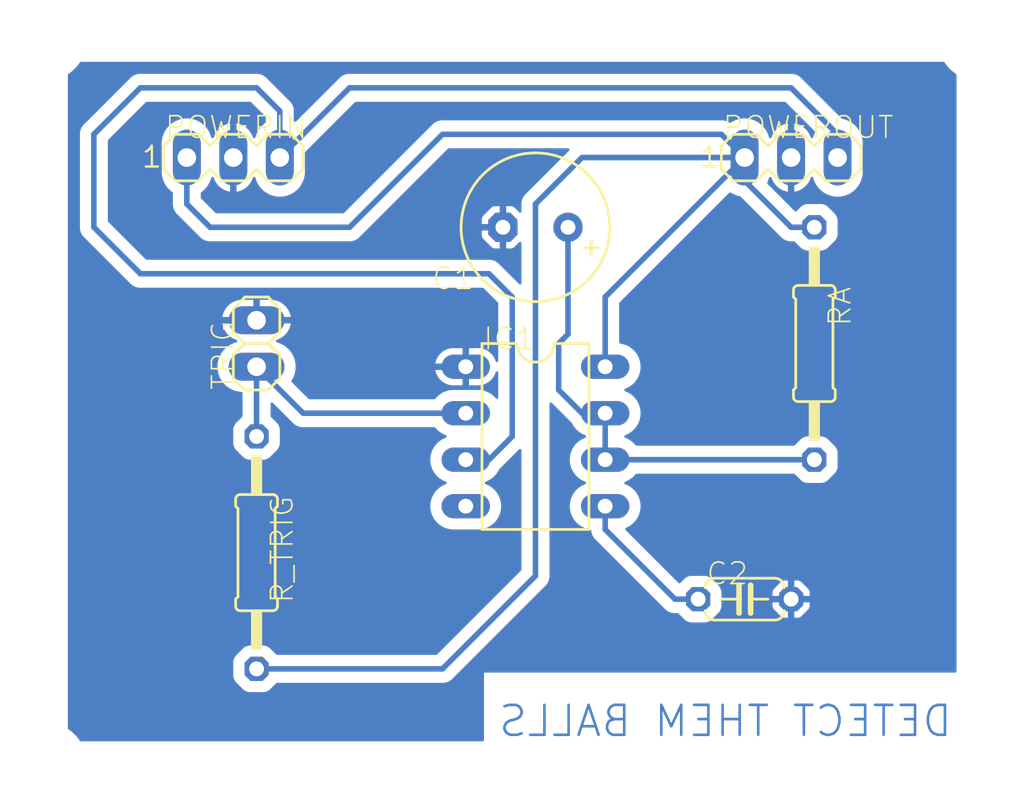
<source format=kicad_pcb>
(kicad_pcb (version 20221018) (generator pcbnew)
  (layers (0 "F.Cu" signal) (31 "B.Cu" signal) (34 "B.Paste" user) (35 "F.Paste" user) (36 "B.SilkS" user "B.Silkscreen") (37 "F.SilkS" user "F.Silkscreen") (38 "B.Mask" user) (39 "F.Mask" user) (44 "Edge.Cuts" user))
  (net 0 "")
  (net 1 "N$1")
  (net 2 "VCC")
  (net 3 "GND")
  (net 4 "OUTPUT")
  (net 5 "N$2")
  (net 6 "N$3")
  (footprint "" (layer "F.Cu") (at 151.0411 102.4636)
    (fp_text reference "@HOLE1" hide)
    (fp_text value "" (at 0 0) (layer "F.SilkS") (effects (font (size 1.27 1.27))))
    (pad "" np_thru_hole circle (at 0 0) (size 2.999993 2.999993) (drill 2.999993) (layers "*.Cu" "*.Mask"))
  )
  (footprint "" (layer "F.Cu") (at 151.0411 63.0936)
    (fp_text reference "@HOLE0" hide)
    (fp_text value "" (at 0 0) (layer "F.SilkS") (effects (font (size 1.27 1.27))))
    (pad "" np_thru_hole circle (at 0 0) (size 2.999993 2.999993) (drill 2.999993) (layers "*.Cu" "*.Mask"))
  )
  (footprint "detector:MA03-1" (layer "F.Cu") (at 161.2011 69.4436)
    (fp_text reference "POWERIN" (at -3.81 -1.651) (layer "F.SilkS") (effects (font (size 1.17856 1.17856) (thickness 0.09144)) (justify left)))
    (fp_text value "")
    (fp_text user "1" (at -5.08 0.635) (layer "F.SilkS") (effects (font (size 1.143 1.143) (thickness 0.127)) (justify left bottom)))
    (fp_line (start -3.81 -0.635) (end -3.81 0.635) (stroke (width 0.1524)) (layer "F.SilkS"))
    (fp_line (start -3.81 0.635) (end -3.175 1.27) (stroke (width 0.1524)) (layer "F.SilkS"))
    (fp_line (start -3.175 -1.27) (end -3.81 -0.635) (stroke (width 0.1524)) (layer "F.SilkS"))
    (fp_line (start -3.175 -1.27) (end -1.905 -1.27) (stroke (width 0.1524)) (layer "F.SilkS"))
    (fp_line (start -1.905 -1.27) (end -1.27 -0.635) (stroke (width 0.1524)) (layer "F.SilkS"))
    (fp_line (start -1.905 1.27) (end -3.175 1.27) (stroke (width 0.1524)) (layer "F.SilkS"))
    (fp_line (start -1.27 -0.635) (end -0.635 -1.27) (stroke (width 0.1524)) (layer "F.SilkS"))
    (fp_line (start -1.27 0.635) (end -1.905 1.27) (stroke (width 0.1524)) (layer "F.SilkS"))
    (fp_line (start -0.635 -1.27) (end 0.635 -1.27) (stroke (width 0.1524)) (layer "F.SilkS"))
    (fp_line (start -0.635 1.27) (end -1.27 0.635) (stroke (width 0.1524)) (layer "F.SilkS"))
    (fp_line (start 0.635 -1.27) (end 1.27 -0.635) (stroke (width 0.1524)) (layer "F.SilkS"))
    (fp_line (start 0.635 1.27) (end -0.635 1.27) (stroke (width 0.1524)) (layer "F.SilkS"))
    (fp_line (start 1.27 -0.635) (end 1.905 -1.27) (stroke (width 0.1524)) (layer "F.SilkS"))
    (fp_line (start 1.27 0.635) (end 0.635 1.27) (stroke (width 0.1524)) (layer "F.SilkS"))
    (fp_line (start 1.905 -1.27) (end 3.175 -1.27) (stroke (width 0.1524)) (layer "F.SilkS"))
    (fp_line (start 1.905 1.27) (end 1.27 0.635) (stroke (width 0.1524)) (layer "F.SilkS"))
    (fp_line (start 3.175 -1.27) (end 3.81 -0.635) (stroke (width 0.1524)) (layer "F.SilkS"))
    (fp_line (start 3.175 1.27) (end 1.905 1.27) (stroke (width 0.1524)) (layer "F.SilkS"))
    (fp_line (start 3.81 -0.635) (end 3.81 0.635) (stroke (width 0.1524)) (layer "F.SilkS"))
    (fp_line (start 3.81 0.635) (end 3.175 1.27) (stroke (width 0.1524)) (layer "F.SilkS"))
    (pad "1" thru_hole oval (at -2.54 0 90) (size 3.048 1.524) (drill 1.016) (layers "*.Cu" "*.Mask") (net 2 "VCC"))
    (pad "2" thru_hole oval (at 0 0 90) (size 3.048 1.524) (drill 1.016) (layers "*.Cu" "*.Mask") (net 3 "GND"))
    (pad "3" thru_hole oval (at 2.54 0 90) (size 3.048 1.524) (drill 1.016) (layers "*.Cu" "*.Mask") (net 4 "OUTPUT"))
  )
  (footprint "detector:0207_12" (layer "F.Cu") (at 192.9511 79.6036 -90)
    (fp_text reference "RA" (at -3.175 -1.397 90) (layer "F.SilkS") (effects (font (size 1.17856 1.17856) (thickness 0.09144)) (justify right)))
    (fp_text value "100k")
    (fp_line (start -4.445 0) (end -4.064 0) (stroke (width 0.6096)) (layer "F.SilkS"))
    (fp_line (start -3.175 0.889) (end -3.175 -0.889) (stroke (width 0.1524)) (layer "F.SilkS"))
    (fp_line (start -2.921 -1.143) (end -2.54 -1.143) (stroke (width 0.1524)) (layer "F.SilkS"))
    (fp_line (start -2.921 1.143) (end -2.54 1.143) (stroke (width 0.1524)) (layer "F.SilkS"))
    (fp_line (start -2.413 -1.016) (end -2.54 -1.143) (stroke (width 0.1524)) (layer "F.SilkS"))
    (fp_line (start -2.413 1.016) (end -2.54 1.143) (stroke (width 0.1524)) (layer "F.SilkS"))
    (fp_line (start 2.413 -1.016) (end -2.413 -1.016) (stroke (width 0.1524)) (layer "F.SilkS"))
    (fp_line (start 2.413 -1.016) (end 2.54 -1.143) (stroke (width 0.1524)) (layer "F.SilkS"))
    (fp_line (start 2.413 1.016) (end -2.413 1.016) (stroke (width 0.1524)) (layer "F.SilkS"))
    (fp_line (start 2.413 1.016) (end 2.54 1.143) (stroke (width 0.1524)) (layer "F.SilkS"))
    (fp_line (start 2.921 -1.143) (end 2.54 -1.143) (stroke (width 0.1524)) (layer "F.SilkS"))
    (fp_line (start 2.921 1.143) (end 2.54 1.143) (stroke (width 0.1524)) (layer "F.SilkS"))
    (fp_line (start 3.175 0.889) (end 3.175 -0.889) (stroke (width 0.1524)) (layer "F.SilkS"))
    (fp_line (start 4.445 0) (end 4.064 0) (stroke (width 0.6096)) (layer "F.SilkS"))
    (fp_arc (start -3.175 -0.889) (mid -3.100605 -1.068605) (end -2.921 -1.143) (stroke (width 0.1524)) (layer "F.SilkS"))
    (fp_arc (start -2.921 1.143) (mid -3.100605 1.068605) (end -3.175 0.889) (stroke (width 0.1524)) (layer "F.SilkS"))
    (fp_arc (start 2.921 -1.143) (mid 3.100605 -1.068605) (end 3.175 -0.889) (stroke (width 0.1524)) (layer "F.SilkS"))
    (fp_arc (start 3.175 0.889) (mid 3.100605 1.068605) (end 2.921 1.143) (stroke (width 0.1524)) (layer "F.SilkS"))
    (fp_poly (pts (xy -5.3086 0.3048) (xy -4.445 0.3048) (xy -4.445 -0.3048) (xy -5.3086 -0.3048)) (fill solid) (layer "F.SilkS"))
    (fp_poly (pts (xy -4.0386 0.3048) (xy -3.175 0.3048) (xy -3.175 -0.3048) (xy -4.0386 -0.3048)) (fill solid) (layer "F.SilkS"))
    (fp_poly (pts (xy 3.175 0.3048) (xy 4.0386 0.3048) (xy 4.0386 -0.3048) (xy 3.175 -0.3048)) (fill solid) (layer "F.SilkS"))
    (fp_poly (pts (xy 4.445 0.3048) (xy 5.3086 0.3048) (xy 5.3086 -0.3048) (xy 4.445 -0.3048)) (fill solid) (layer "F.SilkS"))
    (pad "1" thru_hole roundrect (at -6.35 0 270) (size 1.3208 1.3208) (drill 0.8128) (layers "*.Cu" "*.Mask") (chamfer_ratio 0.25) (chamfer top_left top_right bottom_left bottom_right) (net 2 "VCC"))
    (pad "2" thru_hole roundrect (at 6.35 0 270) (size 1.3208 1.3208) (drill 0.8128) (layers "*.Cu" "*.Mask") (chamfer_ratio 0.25) (chamfer top_left top_right bottom_left bottom_right) (net 1 "N$1"))
  )
  (footprint "detector:1X02" (layer "F.Cu") (at 162.4711 79.6036 90)
    (fp_text reference "TRIG" (at -2.6162 -1.8288 90) (layer "F.SilkS") (effects (font (size 1.17856 1.17856) (thickness 0.09144)) (justify left)))
    (fp_text value "")
    (fp_line (start -2.54 -0.635) (end -2.54 0.635) (stroke (width 0.1524)) (layer "F.SilkS"))
    (fp_line (start -2.54 0.635) (end -1.905 1.27) (stroke (width 0.1524)) (layer "F.SilkS"))
    (fp_line (start -1.905 -1.27) (end -2.54 -0.635) (stroke (width 0.1524)) (layer "F.SilkS"))
    (fp_line (start -1.905 -1.27) (end -0.635 -1.27) (stroke (width 0.1524)) (layer "F.SilkS"))
    (fp_line (start -0.635 -1.27) (end 0 -0.635) (stroke (width 0.1524)) (layer "F.SilkS"))
    (fp_line (start -0.635 1.27) (end -1.905 1.27) (stroke (width 0.1524)) (layer "F.SilkS"))
    (fp_line (start 0 -0.635) (end 0 0.635) (stroke (width 0.1524)) (layer "F.SilkS"))
    (fp_line (start 0 -0.635) (end 0.635 -1.27) (stroke (width 0.1524)) (layer "F.SilkS"))
    (fp_line (start 0 0.635) (end -0.635 1.27) (stroke (width 0.1524)) (layer "F.SilkS"))
    (fp_line (start 0.635 -1.27) (end 1.905 -1.27) (stroke (width 0.1524)) (layer "F.SilkS"))
    (fp_line (start 0.635 1.27) (end 0 0.635) (stroke (width 0.1524)) (layer "F.SilkS"))
    (fp_line (start 1.905 -1.27) (end 2.54 -0.635) (stroke (width 0.1524)) (layer "F.SilkS"))
    (fp_line (start 1.905 1.27) (end 0.635 1.27) (stroke (width 0.1524)) (layer "F.SilkS"))
    (fp_line (start 2.54 -0.635) (end 2.54 0.635) (stroke (width 0.1524)) (layer "F.SilkS"))
    (fp_line (start 2.54 0.635) (end 1.905 1.27) (stroke (width 0.1524)) (layer "F.SilkS"))
    (pad "1" thru_hole oval (at -1.27 0 180) (size 3.048 1.524) (drill 1.016) (layers "*.Cu" "*.Mask") (net 6 "N$3"))
    (pad "2" thru_hole oval (at 1.27 0 180) (size 3.048 1.524) (drill 1.016) (layers "*.Cu" "*.Mask") (net 3 "GND"))
  )
  (footprint "detector:E3,5-8" (layer "F.Cu") (at 177.7111 73.2536 180)
    (fp_text reference "C1" (at 3.302 -2.794) (layer "F.SilkS") (effects (font (size 1.17856 1.17856) (thickness 0.09144)) (justify right)))
    (fp_text value "100u")
    (fp_line (start -3.429 -1.143) (end -2.667 -1.143) (stroke (width 0.1524)) (layer "F.SilkS"))
    (fp_line (start -3.048 -0.762) (end -3.048 -1.524) (stroke (width 0.1524)) (layer "F.SilkS"))
    (fp_circle (center 0 0) (end 4.064 0) (stroke (width 0.1524)) (fill none) (layer "F.SilkS"))
    (pad "+" thru_hole circle (at -1.778 0 180) (size 1.6002 1.6002) (drill 0.8128) (layers "*.Cu" "*.Mask") (net 1 "N$1"))
    (pad "-" thru_hole roundrect (at 1.778 0 180) (size 1.6002 1.6002) (drill 0.8128) (layers "*.Cu" "*.Mask") (chamfer_ratio 0.25) (chamfer top_left top_right bottom_left bottom_right) (net 3 "GND"))
  )
  (footprint "detector:0207_12" (layer "F.Cu") (at 162.4711 91.0336 -90)
    (fp_text reference "R_TRIG" (at -3.175 -1.397 90) (layer "F.SilkS") (effects (font (size 1.17856 1.17856) (thickness 0.09144)) (justify right)))
    (fp_text value "10k")
    (fp_line (start -4.445 0) (end -4.064 0) (stroke (width 0.6096)) (layer "F.SilkS"))
    (fp_line (start -3.175 0.889) (end -3.175 -0.889) (stroke (width 0.1524)) (layer "F.SilkS"))
    (fp_line (start -2.921 -1.143) (end -2.54 -1.143) (stroke (width 0.1524)) (layer "F.SilkS"))
    (fp_line (start -2.921 1.143) (end -2.54 1.143) (stroke (width 0.1524)) (layer "F.SilkS"))
    (fp_line (start -2.413 -1.016) (end -2.54 -1.143) (stroke (width 0.1524)) (layer "F.SilkS"))
    (fp_line (start -2.413 1.016) (end -2.54 1.143) (stroke (width 0.1524)) (layer "F.SilkS"))
    (fp_line (start 2.413 -1.016) (end -2.413 -1.016) (stroke (width 0.1524)) (layer "F.SilkS"))
    (fp_line (start 2.413 -1.016) (end 2.54 -1.143) (stroke (width 0.1524)) (layer "F.SilkS"))
    (fp_line (start 2.413 1.016) (end -2.413 1.016) (stroke (width 0.1524)) (layer "F.SilkS"))
    (fp_line (start 2.413 1.016) (end 2.54 1.143) (stroke (width 0.1524)) (layer "F.SilkS"))
    (fp_line (start 2.921 -1.143) (end 2.54 -1.143) (stroke (width 0.1524)) (layer "F.SilkS"))
    (fp_line (start 2.921 1.143) (end 2.54 1.143) (stroke (width 0.1524)) (layer "F.SilkS"))
    (fp_line (start 3.175 0.889) (end 3.175 -0.889) (stroke (width 0.1524)) (layer "F.SilkS"))
    (fp_line (start 4.445 0) (end 4.064 0) (stroke (width 0.6096)) (layer "F.SilkS"))
    (fp_arc (start -3.175 -0.889) (mid -3.100605 -1.068605) (end -2.921 -1.143) (stroke (width 0.1524)) (layer "F.SilkS"))
    (fp_arc (start -2.921 1.143) (mid -3.100605 1.068605) (end -3.175 0.889) (stroke (width 0.1524)) (layer "F.SilkS"))
    (fp_arc (start 2.921 -1.143) (mid 3.100605 -1.068605) (end 3.175 -0.889) (stroke (width 0.1524)) (layer "F.SilkS"))
    (fp_arc (start 3.175 0.889) (mid 3.100605 1.068605) (end 2.921 1.143) (stroke (width 0.1524)) (layer "F.SilkS"))
    (fp_poly (pts (xy -5.3086 0.3048) (xy -4.445 0.3048) (xy -4.445 -0.3048) (xy -5.3086 -0.3048)) (fill solid) (layer "F.SilkS"))
    (fp_poly (pts (xy -4.0386 0.3048) (xy -3.175 0.3048) (xy -3.175 -0.3048) (xy -4.0386 -0.3048)) (fill solid) (layer "F.SilkS"))
    (fp_poly (pts (xy 3.175 0.3048) (xy 4.0386 0.3048) (xy 4.0386 -0.3048) (xy 3.175 -0.3048)) (fill solid) (layer "F.SilkS"))
    (fp_poly (pts (xy 4.445 0.3048) (xy 5.3086 0.3048) (xy 5.3086 -0.3048) (xy 4.445 -0.3048)) (fill solid) (layer "F.SilkS"))
    (pad "1" thru_hole roundrect (at -6.35 0 270) (size 1.3208 1.3208) (drill 0.8128) (layers "*.Cu" "*.Mask") (chamfer_ratio 0.25) (chamfer top_left top_right bottom_left bottom_right) (net 6 "N$3"))
    (pad "2" thru_hole roundrect (at 6.35 0 270) (size 1.3208 1.3208) (drill 0.8128) (layers "*.Cu" "*.Mask") (chamfer_ratio 0.25) (chamfer top_left top_right bottom_left bottom_right) (net 2 "VCC"))
  )
  (footprint "" (layer "F.Cu") (at 201.8411 63.0936)
    (fp_text reference "@HOLE2" hide)
    (fp_text value "" (at 0 0) (layer "F.SilkS") (effects (font (size 1.27 1.27))))
    (pad "" np_thru_hole circle (at 0 0) (size 2.999993 2.999993) (drill 2.999993) (layers "*.Cu" "*.Mask"))
  )
  (footprint "detector:DIL-08" (layer "F.Cu") (at 177.7111 84.6836 -90)
    (fp_text reference "IC1" (at -5.334 2.921) (layer "F.SilkS") (effects (font (size 1.17856 1.17856) (thickness 0.09144)) (justify left)))
    (fp_text value "NE555")
    (fp_line (start -5.08 -2.921) (end -5.08 -1.016) (stroke (width 0.1524)) (layer "F.SilkS"))
    (fp_line (start -5.08 2.921) (end -5.08 1.016) (stroke (width 0.1524)) (layer "F.SilkS"))
    (fp_line (start -5.08 2.921) (end 5.08 2.921) (stroke (width 0.1524)) (layer "F.SilkS"))
    (fp_line (start 5.08 -2.921) (end -5.08 -2.921) (stroke (width 0.1524)) (layer "F.SilkS"))
    (fp_line (start 5.08 -2.921) (end 5.08 2.921) (stroke (width 0.1524)) (layer "F.SilkS"))
    (fp_arc (start -5.08 -1.016) (mid -4.064 0) (end -5.08 1.016) (stroke (width 0.1524)) (layer "F.SilkS"))
    (pad "1" thru_hole oval (at -3.81 3.81) (size 2.6416 1.3208) (drill 0.8128) (layers "*.Cu" "*.Mask") (net 3 "GND"))
    (pad "2" thru_hole oval (at -1.27 3.81) (size 2.6416 1.3208) (drill 0.8128) (layers "*.Cu" "*.Mask") (net 6 "N$3"))
    (pad "3" thru_hole oval (at 1.27 3.81) (size 2.6416 1.3208) (drill 0.8128) (layers "*.Cu" "*.Mask") (net 4 "OUTPUT"))
    (pad "4" thru_hole oval (at 3.81 3.81) (size 2.6416 1.3208) (drill 0.8128) (layers "*.Cu" "*.Mask"))
    (pad "5" thru_hole oval (at 3.81 -3.81) (size 2.6416 1.3208) (drill 0.8128) (layers "*.Cu" "*.Mask") (net 5 "N$2"))
    (pad "6" thru_hole oval (at 1.27 -3.81) (size 2.6416 1.3208) (drill 0.8128) (layers "*.Cu" "*.Mask") (net 1 "N$1"))
    (pad "7" thru_hole oval (at -1.27 -3.81) (size 2.6416 1.3208) (drill 0.8128) (layers "*.Cu" "*.Mask") (net 1 "N$1"))
    (pad "8" thru_hole oval (at -3.81 -3.81) (size 2.6416 1.3208) (drill 0.8128) (layers "*.Cu" "*.Mask") (net 2 "VCC"))
  )
  (footprint "detector:C050-024X044" (layer "F.Cu") (at 189.1411 93.5736)
    (fp_text reference "C2" (at -2.159 -1.397) (layer "F.SilkS") (effects (font (size 1.17856 1.17856) (thickness 0.09144)) (justify left)))
    (fp_text value "0.01uF")
    (fp_line (start -1.27 0) (end -0.3048 0) (stroke (width 0.1524)) (layer "F.SilkS"))
    (fp_line (start -0.3048 -0.762) (end -0.3048 0) (stroke (width 0.3048)) (layer "F.SilkS"))
    (fp_line (start -0.3048 0) (end -0.3048 0.762) (stroke (width 0.3048)) (layer "F.SilkS"))
    (fp_line (start 0.3302 -0.762) (end 0.3302 0) (stroke (width 0.3048)) (layer "F.SilkS"))
    (fp_line (start 0.3302 0) (end 0.3302 0.762) (stroke (width 0.3048)) (layer "F.SilkS"))
    (fp_line (start 1.27 0) (end 0.3302 0) (stroke (width 0.1524)) (layer "F.SilkS"))
    (fp_line (start 1.651 -1.143) (end -1.651 -1.143) (stroke (width 0.1524)) (layer "F.SilkS"))
    (fp_line (start 1.651 1.143) (end -1.651 1.143) (stroke (width 0.1524)) (layer "F.SilkS"))
    (fp_arc (start -2.159 -0.635) (mid -2.01021 -0.99421) (end -1.651 -1.143) (stroke (width 0.1524)) (layer "F.SilkS"))
    (fp_arc (start -1.651 1.143) (mid -2.01021 0.99421) (end -2.159 0.635) (stroke (width 0.1524)) (layer "F.SilkS"))
    (fp_arc (start 1.651 -1.143) (mid 2.01021 -0.99421) (end 2.159 -0.635) (stroke (width 0.1524)) (layer "F.SilkS"))
    (fp_arc (start 2.159 0.635) (mid 2.01021 0.99421) (end 1.651 1.143) (stroke (width 0.1524)) (layer "F.SilkS"))
    (pad "1" thru_hole roundrect (at -2.54 0) (size 1.3208 1.3208) (drill 0.8128) (layers "*.Cu" "*.Mask") (chamfer_ratio 0.25) (chamfer top_left top_right bottom_left bottom_right) (net 5 "N$2"))
    (pad "2" thru_hole roundrect (at 2.54 0) (size 1.3208 1.3208) (drill 0.8128) (layers "*.Cu" "*.Mask") (chamfer_ratio 0.25) (chamfer top_left top_right bottom_left bottom_right) (net 3 "GND"))
  )
  (footprint "" (layer "F.Cu") (at 201.8411 102.4636)
    (fp_text reference "@HOLE3" hide)
    (fp_text value "" (at 0 0) (layer "F.SilkS") (effects (font (size 1.27 1.27))))
    (pad "" np_thru_hole circle (at 0 0) (size 2.999993 2.999993) (drill 2.999993) (layers "*.Cu" "*.Mask"))
  )
  (footprint "detector:MA03-1" (layer "F.Cu") (at 191.6811 69.4436)
    (fp_text reference "POWEROUT" (at -3.81 -1.651) (layer "F.SilkS") (effects (font (size 1.17856 1.17856) (thickness 0.09144)) (justify left)))
    (fp_text value "")
    (fp_text user "1" (at -5.08 0.635) (layer "F.SilkS") (effects (font (size 1.143 1.143) (thickness 0.127)) (justify left bottom)))
    (fp_line (start -3.81 -0.635) (end -3.81 0.635) (stroke (width 0.1524)) (layer "F.SilkS"))
    (fp_line (start -3.81 0.635) (end -3.175 1.27) (stroke (width 0.1524)) (layer "F.SilkS"))
    (fp_line (start -3.175 -1.27) (end -3.81 -0.635) (stroke (width 0.1524)) (layer "F.SilkS"))
    (fp_line (start -3.175 -1.27) (end -1.905 -1.27) (stroke (width 0.1524)) (layer "F.SilkS"))
    (fp_line (start -1.905 -1.27) (end -1.27 -0.635) (stroke (width 0.1524)) (layer "F.SilkS"))
    (fp_line (start -1.905 1.27) (end -3.175 1.27) (stroke (width 0.1524)) (layer "F.SilkS"))
    (fp_line (start -1.27 -0.635) (end -0.635 -1.27) (stroke (width 0.1524)) (layer "F.SilkS"))
    (fp_line (start -1.27 0.635) (end -1.905 1.27) (stroke (width 0.1524)) (layer "F.SilkS"))
    (fp_line (start -0.635 -1.27) (end 0.635 -1.27) (stroke (width 0.1524)) (layer "F.SilkS"))
    (fp_line (start -0.635 1.27) (end -1.27 0.635) (stroke (width 0.1524)) (layer "F.SilkS"))
    (fp_line (start 0.635 -1.27) (end 1.27 -0.635) (stroke (width 0.1524)) (layer "F.SilkS"))
    (fp_line (start 0.635 1.27) (end -0.635 1.27) (stroke (width 0.1524)) (layer "F.SilkS"))
    (fp_line (start 1.27 -0.635) (end 1.905 -1.27) (stroke (width 0.1524)) (layer "F.SilkS"))
    (fp_line (start 1.27 0.635) (end 0.635 1.27) (stroke (width 0.1524)) (layer "F.SilkS"))
    (fp_line (start 1.905 -1.27) (end 3.175 -1.27) (stroke (width 0.1524)) (layer "F.SilkS"))
    (fp_line (start 1.905 1.27) (end 1.27 0.635) (stroke (width 0.1524)) (layer "F.SilkS"))
    (fp_line (start 3.175 -1.27) (end 3.81 -0.635) (stroke (width 0.1524)) (layer "F.SilkS"))
    (fp_line (start 3.175 1.27) (end 1.905 1.27) (stroke (width 0.1524)) (layer "F.SilkS"))
    (fp_line (start 3.81 -0.635) (end 3.81 0.635) (stroke (width 0.1524)) (layer "F.SilkS"))
    (fp_line (start 3.81 0.635) (end 3.175 1.27) (stroke (width 0.1524)) (layer "F.SilkS"))
    (pad "1" thru_hole oval (at -2.54 0 90) (size 3.048 1.524) (drill 1.016) (layers "*.Cu" "*.Mask") (net 2 "VCC"))
    (pad "2" thru_hole oval (at 0 0 90) (size 3.048 1.524) (drill 1.016) (layers "*.Cu" "*.Mask") (net 3 "GND"))
    (pad "3" thru_hole oval (at 2.54 0 90) (size 3.048 1.524) (drill 1.016) (layers "*.Cu" "*.Mask") (net 4 "OUTPUT"))
  )
  (gr_text "DETECT THEM BALLS" (at 200.5711 101.1936) (layer "B.Cu") (effects (font (size 1.63576 1.63576) (thickness 0.14224)) (justify left bottom mirror)))
  (segment (start 181.5211 83.4136) (end 181.5211 85.9536) (width 0.3048) (layer "B.Cu") (net 1))
  (segment (start 181.5211 85.9536) (end 192.9511 85.9536) (width 0.3048) (layer "B.Cu") (net 1))
  (segment (start 178.9811 82.1436) (end 180.2511 83.4136) (width 0.3048) (layer "B.Cu") (net 1))
  (segment (start 179.4891 79.0956) (end 178.9811 79.6036) (width 0.3048) (layer "B.Cu") (net 1))
  (segment (start 179.4891 73.2536) (end 179.4891 79.0956) (width 0.3048) (layer "B.Cu") (net 1))
  (segment (start 178.9811 79.6036) (end 178.9811 82.1436) (width 0.3048) (layer "B.Cu") (net 1))
  (segment (start 180.2511 83.4136) (end 181.5211 83.4136) (width 0.3048) (layer "B.Cu") (net 1))
  (segment (start 181.5211 77.0636) (end 189.1411 69.4436) (width 0.3048) (layer "B.Cu") (net 2))
  (segment (start 177.7111 71.9836) (end 180.2511 69.4436) (width 0.3048) (layer "B.Cu") (net 2))
  (segment (start 177.7111 92.3036) (end 177.7111 71.9836) (width 0.3048) (layer "B.Cu") (net 2))
  (segment (start 189.1411 70.7136) (end 189.1411 69.4436) (width 0.3048) (layer "B.Cu") (net 2))
  (segment (start 167.5511 73.2536) (end 159.9311 73.2536) (width 0.3048) (layer "B.Cu") (net 2))
  (segment (start 181.5211 80.8736) (end 181.5211 77.0636) (width 0.3048) (layer "B.Cu") (net 2))
  (segment (start 192.9511 73.2536) (end 191.6811 73.2536) (width 0.3048) (layer "B.Cu") (net 2))
  (segment (start 191.6811 73.2536) (end 189.1411 70.7136) (width 0.3048) (layer "B.Cu") (net 2))
  (segment (start 187.8711 68.1736) (end 172.6311 68.1736) (width 0.3048) (layer "B.Cu") (net 2))
  (segment (start 158.6611 69.4436) (end 158.6611 71.9836) (width 0.3048) (layer "B.Cu") (net 2))
  (segment (start 162.4711 97.3836) (end 172.6311 97.3836) (width 0.3048) (layer "B.Cu") (net 2))
  (segment (start 172.6311 97.3836) (end 177.7111 92.3036) (width 0.3048) (layer "B.Cu") (net 2))
  (segment (start 180.2511 69.4436) (end 189.1411 69.4436) (width 0.3048) (layer "B.Cu") (net 2))
  (segment (start 187.8711 68.1736) (end 189.1411 69.4436) (width 0.3048) (layer "B.Cu") (net 2))
  (segment (start 159.9311 73.2536) (end 158.6611 71.9836) (width 0.3048) (layer "B.Cu") (net 2))
  (segment (start 167.5511 73.2536) (end 172.6311 68.1736) (width 0.3048) (layer "B.Cu") (net 2))
  (segment (start 175.1711 75.7936) (end 176.4411 77.0636) (width 0.3048) (layer "B.Cu") (net 4))
  (segment (start 176.4411 84.6836) (end 175.1711 85.9536) (width 0.3048) (layer "B.Cu") (net 4))
  (segment (start 156.1211 75.7936) (end 175.1711 75.7936) (width 0.3048) (layer "B.Cu") (net 4))
  (segment (start 176.4411 77.0636) (end 176.4411 84.6836) (width 0.3048) (layer "B.Cu") (net 4))
  (segment (start 175.1711 85.9536) (end 173.9011 85.9536) (width 0.3048) (layer "B.Cu") (net 4))
  (segment (start 163.7411 69.4436) (end 163.7411 66.9036) (width 0.3048) (layer "B.Cu") (net 4))
  (segment (start 156.1211 65.6336) (end 153.5811 68.1736) (width 0.3048) (layer "B.Cu") (net 4))
  (segment (start 163.7411 66.9036) (end 162.4711 65.6336) (width 0.3048) (layer "B.Cu") (net 4))
  (segment (start 191.6811 65.6336) (end 194.2211 68.1736) (width 0.3048) (layer "B.Cu") (net 4))
  (segment (start 153.5811 73.2536) (end 156.1211 75.7936) (width 0.3048) (layer "B.Cu") (net 4))
  (segment (start 167.5511 65.6336) (end 191.6811 65.6336) (width 0.3048) (layer "B.Cu") (net 4))
  (segment (start 194.2211 68.1736) (end 194.2211 69.4436) (width 0.3048) (layer "B.Cu") (net 4))
  (segment (start 153.5811 68.1736) (end 153.5811 73.2536) (width 0.3048) (layer "B.Cu") (net 4))
  (segment (start 163.7411 69.4436) (end 167.5511 65.6336) (width 0.3048) (layer "B.Cu") (net 4))
  (segment (start 162.4711 65.6336) (end 156.1211 65.6336) (width 0.3048) (layer "B.Cu") (net 4))
  (segment (start 185.3311 93.5736) (end 181.5211 89.7636) (width 0.3048) (layer "B.Cu") (net 5))
  (segment (start 185.3311 93.5736) (end 186.6011 93.5736) (width 0.3048) (layer "B.Cu") (net 5))
  (segment (start 181.5211 88.4936) (end 181.5211 89.7636) (width 0.3048) (layer "B.Cu") (net 5))
  (segment (start 165.0111 83.4136) (end 162.4711 80.8736) (width 0.3048) (layer "B.Cu") (net 6))
  (segment (start 162.4711 80.8736) (end 162.4711 84.6836) (width 0.3048) (layer "B.Cu") (net 6))
  (segment (start 165.0111 83.4136) (end 173.9011 83.4136) (width 0.3048) (layer "B.Cu") (net 6))
  (zone (net 3) (net_name "GND") (layer "B.Cu") (priority 6) (connect_pads (clearance 0.6096)) (min_thickness 0.1524) (fill yes (thermal_gap 0.3548) (thermal_bridge_width 0.3548))
    (polygon (pts (xy 200.7235 101.346) (xy 152.1587 101.346) (xy 152.1587 64.2112) (xy 200.7235 64.2112)))
  )
)
</source>
